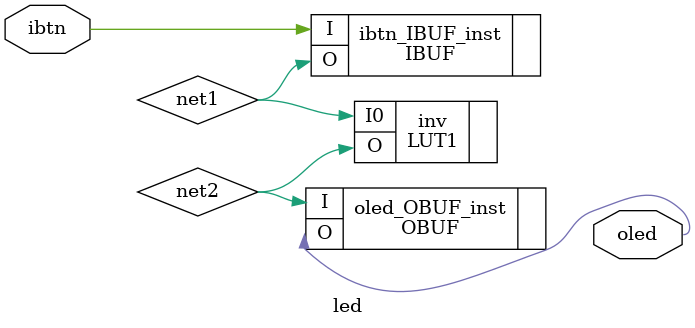
<source format=v>
`timescale 1 ps / 1 ps

(* ECO_CHECKSUM = "6e8b67fb" *) 
(* STRUCTURAL_NETLIST = "yes" *)
module led
   (ibtn,
    oled);
  input ibtn;
  output oled;

  wire ibtn;
  wire net1;
  wire net2;
  wire oled;

  IBUF ibtn_IBUF_inst
       (.I(ibtn),
        .O(net1));
  LUT1 #(
    .INIT(2'h1)) 
    inv
       (.I0(net1),
        .O(net2));
  OBUF oled_OBUF_inst
       (.I(net2),
        .O(oled));
endmodule

</source>
